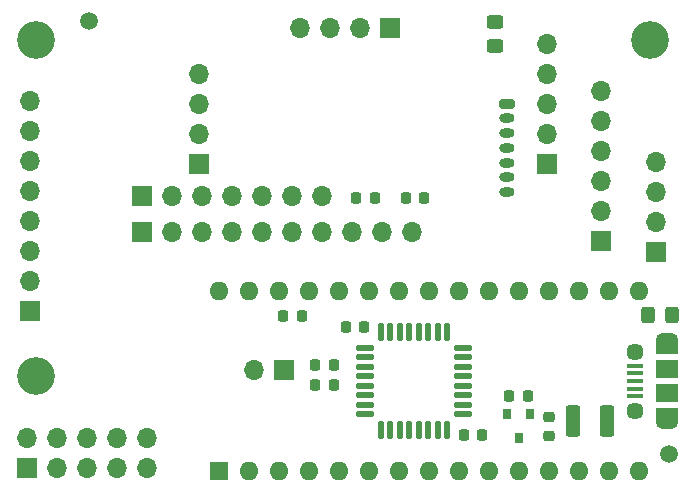
<source format=gbr>
%TF.GenerationSoftware,KiCad,Pcbnew,5.99.0-unknown-04793924d~104~ubuntu20.04.1*%
%TF.CreationDate,2020-11-08T20:52:43+01:00*%
%TF.ProjectId,co2mon,636f326d-6f6e-42e6-9b69-6361645f7063,rev?*%
%TF.SameCoordinates,Original*%
%TF.FileFunction,Soldermask,Top*%
%TF.FilePolarity,Negative*%
%FSLAX46Y46*%
G04 Gerber Fmt 4.6, Leading zero omitted, Abs format (unit mm)*
G04 Created by KiCad (PCBNEW 5.99.0-unknown-04793924d~104~ubuntu20.04.1) date 2020-11-08 20:52:43*
%MOMM*%
%LPD*%
G01*
G04 APERTURE LIST*
G04 Aperture macros list*
%AMRoundRect*
0 Rectangle with rounded corners*
0 $1 Rounding radius*
0 $2 $3 $4 $5 $6 $7 $8 $9 X,Y pos of 4 corners*
0 Add a 4 corners polygon primitive as box body*
4,1,4,$2,$3,$4,$5,$6,$7,$8,$9,$2,$3,0*
0 Add four circle primitives for the rounded corners*
1,1,$1+$1,$2,$3,0*
1,1,$1+$1,$4,$5,0*
1,1,$1+$1,$6,$7,0*
1,1,$1+$1,$8,$9,0*
0 Add four rect primitives between the rounded corners*
20,1,$1+$1,$2,$3,$4,$5,0*
20,1,$1+$1,$4,$5,$6,$7,0*
20,1,$1+$1,$6,$7,$8,$9,0*
20,1,$1+$1,$8,$9,$2,$3,0*%
G04 Aperture macros list end*
%ADD10R,1.700000X1.700000*%
%ADD11O,1.700000X1.700000*%
%ADD12C,1.500000*%
%ADD13C,3.200000*%
%ADD14RoundRect,0.125000X-0.625000X-0.125000X0.625000X-0.125000X0.625000X0.125000X-0.625000X0.125000X0*%
%ADD15RoundRect,0.125000X-0.125000X-0.625000X0.125000X-0.625000X0.125000X0.625000X-0.125000X0.625000X0*%
%ADD16RoundRect,0.218750X0.218750X0.256250X-0.218750X0.256250X-0.218750X-0.256250X0.218750X-0.256250X0*%
%ADD17R,1.600000X1.600000*%
%ADD18O,1.600000X1.600000*%
%ADD19RoundRect,0.218750X-0.218750X-0.256250X0.218750X-0.256250X0.218750X0.256250X-0.218750X0.256250X0*%
%ADD20RoundRect,0.250000X0.450000X-0.325000X0.450000X0.325000X-0.450000X0.325000X-0.450000X-0.325000X0*%
%ADD21RoundRect,0.218750X-0.256250X0.218750X-0.256250X-0.218750X0.256250X-0.218750X0.256250X0.218750X0*%
%ADD22RoundRect,0.250000X0.325000X0.450000X-0.325000X0.450000X-0.325000X-0.450000X0.325000X-0.450000X0*%
%ADD23RoundRect,0.200000X-0.450000X0.200000X-0.450000X-0.200000X0.450000X-0.200000X0.450000X0.200000X0*%
%ADD24O,1.300000X0.800000*%
%ADD25RoundRect,0.250000X-0.375000X-1.075000X0.375000X-1.075000X0.375000X1.075000X-0.375000X1.075000X0*%
%ADD26R,1.350000X0.400000*%
%ADD27C,1.450000*%
%ADD28R,1.900000X1.200000*%
%ADD29R,1.900000X1.500000*%
%ADD30O,1.900000X1.200000*%
%ADD31R,0.800000X0.900000*%
G04 APERTURE END LIST*
D10*
%TO.C,J4*%
X140800000Y-115000000D03*
D11*
X140800000Y-112460000D03*
X140800000Y-109920000D03*
X140800000Y-107380000D03*
X140800000Y-104840000D03*
X140800000Y-102300000D03*
%TD*%
D12*
%TO.C,FID1*%
X97500000Y-96400000D03*
%TD*%
D13*
%TO.C,H1*%
X93000000Y-98000000D03*
%TD*%
D10*
%TO.C,JP1*%
X114000000Y-126000000D03*
D11*
X111460000Y-126000000D03*
%TD*%
D12*
%TO.C,FID4*%
X146600000Y-133100000D03*
%TD*%
D14*
%TO.C,U2*%
X120825000Y-124100000D03*
X120825000Y-124900000D03*
X120825000Y-125700000D03*
X120825000Y-126500000D03*
X120825000Y-127300000D03*
X120825000Y-128100000D03*
X120825000Y-128900000D03*
X120825000Y-129700000D03*
D15*
X122200000Y-131075000D03*
X123000000Y-131075000D03*
X123800000Y-131075000D03*
X124600000Y-131075000D03*
X125400000Y-131075000D03*
X126200000Y-131075000D03*
X127000000Y-131075000D03*
X127800000Y-131075000D03*
D14*
X129175000Y-129700000D03*
X129175000Y-128900000D03*
X129175000Y-128100000D03*
X129175000Y-127300000D03*
X129175000Y-126500000D03*
X129175000Y-125700000D03*
X129175000Y-124900000D03*
X129175000Y-124100000D03*
D15*
X127800000Y-122725000D03*
X127000000Y-122725000D03*
X126200000Y-122725000D03*
X125400000Y-122725000D03*
X124600000Y-122725000D03*
X123800000Y-122725000D03*
X123000000Y-122725000D03*
X122200000Y-122725000D03*
%TD*%
D16*
%TO.C,C5*%
X118187500Y-125500000D03*
X116612500Y-125500000D03*
%TD*%
D17*
%TO.C,A1*%
X108500000Y-134500000D03*
D18*
X111040000Y-134500000D03*
X113580000Y-134500000D03*
X116120000Y-134500000D03*
X118660000Y-134500000D03*
X121200000Y-134500000D03*
X123740000Y-134500000D03*
X126280000Y-134500000D03*
X128820000Y-134500000D03*
X131360000Y-134500000D03*
X133900000Y-134500000D03*
X136440000Y-134500000D03*
X138980000Y-134500000D03*
X141520000Y-134500000D03*
X144060000Y-134500000D03*
X144060000Y-119260000D03*
X141520000Y-119260000D03*
X138980000Y-119260000D03*
X136440000Y-119260000D03*
X133900000Y-119260000D03*
X131360000Y-119260000D03*
X128820000Y-119260000D03*
X126280000Y-119260000D03*
X123740000Y-119260000D03*
X121200000Y-119260000D03*
X118660000Y-119260000D03*
X116120000Y-119260000D03*
X113580000Y-119260000D03*
X111040000Y-119260000D03*
X108500000Y-119260000D03*
%TD*%
D19*
%TO.C,R19*%
X113912500Y-121400000D03*
X115487500Y-121400000D03*
%TD*%
D20*
%TO.C,C2*%
X131900000Y-98525000D03*
X131900000Y-96475000D03*
%TD*%
D13*
%TO.C,H3*%
X145000000Y-98000000D03*
%TD*%
D21*
%TO.C,C3*%
X136470000Y-129942500D03*
X136470000Y-131517500D03*
%TD*%
D13*
%TO.C,H2*%
X93000000Y-126500000D03*
%TD*%
D10*
%TO.C,J3*%
X106760000Y-108500000D03*
D11*
X106760000Y-105960000D03*
X106760000Y-103420000D03*
X106760000Y-100880000D03*
%TD*%
D19*
%TO.C,R21*%
X120112500Y-111400000D03*
X121687500Y-111400000D03*
%TD*%
D10*
%TO.C,J5*%
X102000000Y-114300000D03*
D11*
X104540000Y-114300000D03*
X107080000Y-114300000D03*
X109620000Y-114300000D03*
X112160000Y-114300000D03*
X114700000Y-114300000D03*
X117240000Y-114300000D03*
X119780000Y-114300000D03*
X122320000Y-114300000D03*
X124860000Y-114300000D03*
%TD*%
D19*
%TO.C,C6*%
X116612500Y-127200000D03*
X118187500Y-127200000D03*
%TD*%
D16*
%TO.C,C8*%
X120787500Y-122300000D03*
X119212500Y-122300000D03*
%TD*%
D10*
%TO.C,J9*%
X92200000Y-134300000D03*
D11*
X92200000Y-131760000D03*
X94740000Y-134300000D03*
X94740000Y-131760000D03*
X97280000Y-134300000D03*
X97280000Y-131760000D03*
X99820000Y-134300000D03*
X99820000Y-131760000D03*
X102360000Y-134300000D03*
X102360000Y-131760000D03*
%TD*%
D16*
%TO.C,C4*%
X134657500Y-128130000D03*
X133082500Y-128130000D03*
%TD*%
D22*
%TO.C,C1*%
X146825000Y-121300000D03*
X144775000Y-121300000D03*
%TD*%
D23*
%TO.C,J2*%
X132900000Y-103400000D03*
D24*
X132900000Y-104650000D03*
X132900000Y-105900000D03*
X132900000Y-107150000D03*
X132900000Y-108400000D03*
X132900000Y-109650000D03*
X132900000Y-110900000D03*
%TD*%
D25*
%TO.C,F1*%
X138500000Y-130300000D03*
X141300000Y-130300000D03*
%TD*%
D10*
%TO.C,J6*%
X136300000Y-108500000D03*
D11*
X136300000Y-105960000D03*
X136300000Y-103420000D03*
X136300000Y-100880000D03*
X136300000Y-98340000D03*
%TD*%
D26*
%TO.C,J7*%
X143737500Y-128200000D03*
X143737500Y-127550000D03*
X143737500Y-126900000D03*
X143737500Y-126250000D03*
X143737500Y-125600000D03*
D27*
X143737500Y-124400000D03*
D28*
X146437500Y-129800000D03*
D27*
X143737500Y-129400000D03*
D29*
X146437500Y-125900000D03*
D28*
X146437500Y-124000000D03*
D29*
X146437500Y-127900000D03*
D30*
X146437500Y-130400000D03*
X146437500Y-123400000D03*
%TD*%
D10*
%TO.C,J1*%
X102000000Y-111200000D03*
D11*
X104540000Y-111200000D03*
X107080000Y-111200000D03*
X109620000Y-111200000D03*
X112160000Y-111200000D03*
X114700000Y-111200000D03*
X117240000Y-111200000D03*
%TD*%
D31*
%TO.C,U1*%
X134800000Y-129700000D03*
X132900000Y-129700000D03*
X133850000Y-131700000D03*
%TD*%
D19*
%TO.C,R20*%
X124312500Y-111400000D03*
X125887500Y-111400000D03*
%TD*%
%TO.C,C7*%
X129212500Y-131500000D03*
X130787500Y-131500000D03*
%TD*%
D10*
%TO.C,J10*%
X92500000Y-121000000D03*
D11*
X92500000Y-118460000D03*
X92500000Y-115920000D03*
X92500000Y-113380000D03*
X92500000Y-110840000D03*
X92500000Y-108300000D03*
X92500000Y-105760000D03*
X92500000Y-103220000D03*
%TD*%
D10*
%TO.C,J8*%
X145500000Y-116000000D03*
D11*
X145500000Y-113460000D03*
X145500000Y-110920000D03*
X145500000Y-108380000D03*
%TD*%
D10*
%TO.C,J11*%
X123000000Y-97000000D03*
D11*
X120460000Y-97000000D03*
X117920000Y-97000000D03*
X115380000Y-97000000D03*
%TD*%
M02*

</source>
